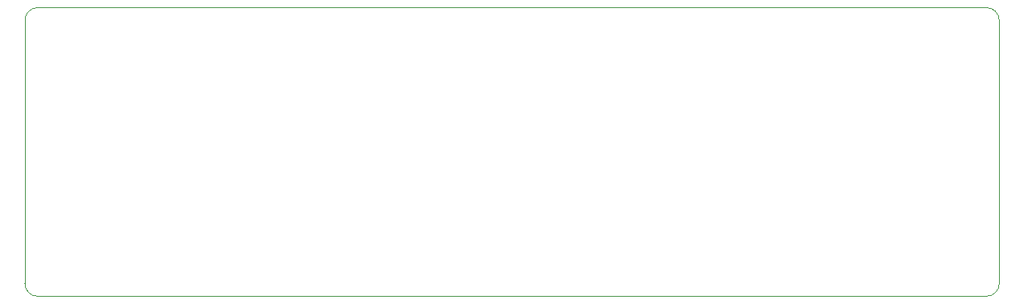
<source format=gm1>
G04 #@! TF.GenerationSoftware,KiCad,Pcbnew,(5.1.5)-3*
G04 #@! TF.CreationDate,2021-03-06T01:57:34+09:00*
G04 #@! TF.ProjectId,Getta25,47657474-6132-4352-9e6b-696361645f70,rev?*
G04 #@! TF.SameCoordinates,Original*
G04 #@! TF.FileFunction,Profile,NP*
%FSLAX46Y46*%
G04 Gerber Fmt 4.6, Leading zero omitted, Abs format (unit mm)*
G04 Created by KiCad (PCBNEW (5.1.5)-3) date 2021-03-06 01:57:34*
%MOMM*%
%LPD*%
G04 APERTURE LIST*
%ADD10C,0.100000*%
G04 APERTURE END LIST*
D10*
X24683750Y-7000000D02*
G75*
G02X23343750Y-5660000I0J1340000D01*
G01*
X125737500Y-5660000D02*
G75*
G02X124397500Y-7000000I-1340000J0D01*
G01*
X125737500Y22047500D02*
X125737500Y-5650000D01*
X24683750Y-7000000D02*
X124397500Y-7000000D01*
X23343750Y22047500D02*
X23343750Y-5650000D01*
X124397500Y23387500D02*
G75*
G02X125737500Y22047500I0J-1340000D01*
G01*
X23343750Y22047500D02*
G75*
G02X24683750Y23387500I1340000J0D01*
G01*
X124397500Y23387500D02*
X24683750Y23387500D01*
M02*

</source>
